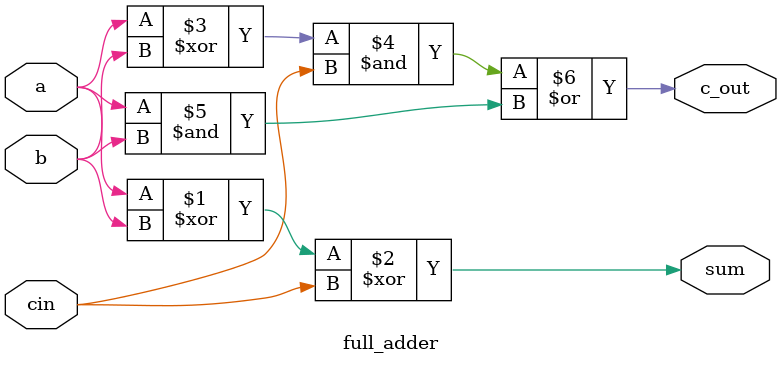
<source format=v>
module full_adder (
input a,b,cin,
output sum, c_out);

assign sum = a^b^cin;
assign c_out = (((a^b)&cin) | (a&b)) ;

endmodule 
</source>
